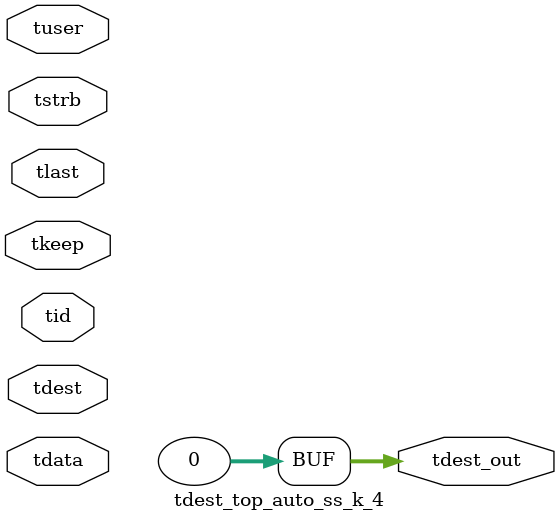
<source format=v>


`timescale 1ps/1ps

module tdest_top_auto_ss_k_4 #
(
parameter C_S_AXIS_TDATA_WIDTH = 32,
parameter C_S_AXIS_TUSER_WIDTH = 0,
parameter C_S_AXIS_TID_WIDTH   = 0,
parameter C_S_AXIS_TDEST_WIDTH = 0,
parameter C_M_AXIS_TDEST_WIDTH = 32
)
(
input  [(C_S_AXIS_TDATA_WIDTH == 0 ? 1 : C_S_AXIS_TDATA_WIDTH)-1:0     ] tdata,
input  [(C_S_AXIS_TUSER_WIDTH == 0 ? 1 : C_S_AXIS_TUSER_WIDTH)-1:0     ] tuser,
input  [(C_S_AXIS_TID_WIDTH   == 0 ? 1 : C_S_AXIS_TID_WIDTH)-1:0       ] tid,
input  [(C_S_AXIS_TDEST_WIDTH == 0 ? 1 : C_S_AXIS_TDEST_WIDTH)-1:0     ] tdest,
input  [(C_S_AXIS_TDATA_WIDTH/8)-1:0 ] tkeep,
input  [(C_S_AXIS_TDATA_WIDTH/8)-1:0 ] tstrb,
input                                                                    tlast,
output [C_M_AXIS_TDEST_WIDTH-1:0] tdest_out
);

assign tdest_out = {1'b0};

endmodule


</source>
